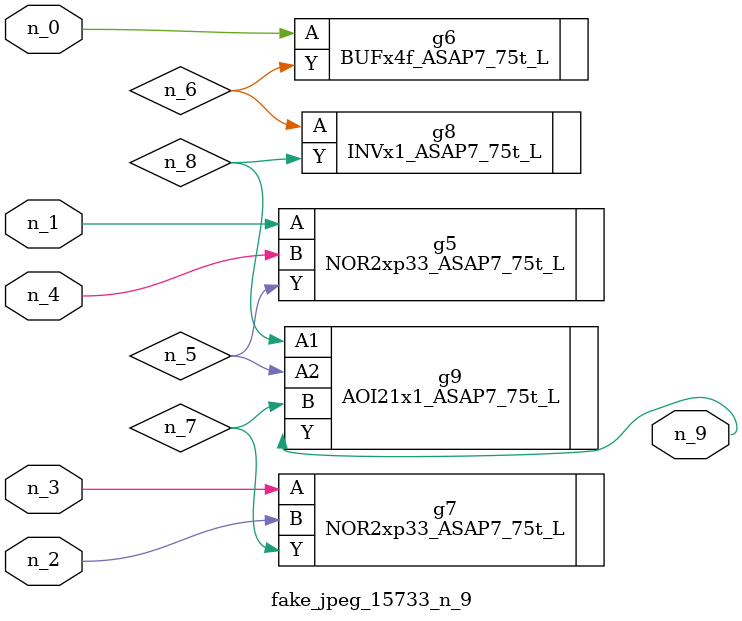
<source format=v>
module fake_jpeg_15733_n_9 (n_3, n_2, n_1, n_0, n_4, n_9);

input n_3;
input n_2;
input n_1;
input n_0;
input n_4;

output n_9;

wire n_8;
wire n_6;
wire n_5;
wire n_7;

NOR2xp33_ASAP7_75t_L g5 ( 
.A(n_1),
.B(n_4),
.Y(n_5)
);

BUFx4f_ASAP7_75t_L g6 ( 
.A(n_0),
.Y(n_6)
);

NOR2xp33_ASAP7_75t_L g7 ( 
.A(n_3),
.B(n_2),
.Y(n_7)
);

INVx1_ASAP7_75t_L g8 ( 
.A(n_6),
.Y(n_8)
);

AOI21x1_ASAP7_75t_L g9 ( 
.A1(n_8),
.A2(n_5),
.B(n_7),
.Y(n_9)
);


endmodule
</source>
